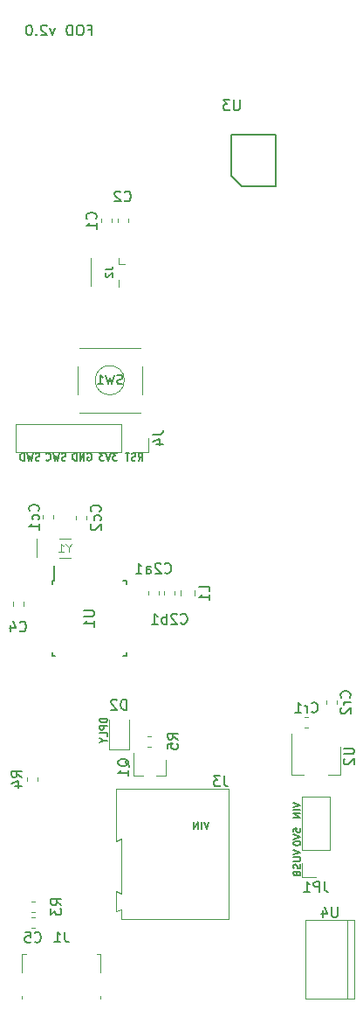
<source format=gbo>
G04 #@! TF.GenerationSoftware,KiCad,Pcbnew,6.0.0-unknown-920f128~86~ubuntu18.04.1*
G04 #@! TF.CreationDate,2019-07-19T14:58:54-04:00*
G04 #@! TF.ProjectId,FOD,464f442e-6b69-4636-9164-5f7063625858,rev?*
G04 #@! TF.SameCoordinates,Original*
G04 #@! TF.FileFunction,Legend,Bot*
G04 #@! TF.FilePolarity,Positive*
%FSLAX46Y46*%
G04 Gerber Fmt 4.6, Leading zero omitted, Abs format (unit mm)*
G04 Created by KiCad (PCBNEW 6.0.0-unknown-920f128~86~ubuntu18.04.1) date 2019-07-19 14:58:54*
%MOMM*%
%LPD*%
G04 APERTURE LIST*
%ADD10C,0.150000*%
%ADD11C,0.200000*%
%ADD12C,0.120000*%
G04 APERTURE END LIST*
D10*
X128991666Y-94158333D02*
X128291666Y-94158333D01*
X128291666Y-94325000D01*
X128325000Y-94425000D01*
X128391666Y-94491666D01*
X128458333Y-94525000D01*
X128591666Y-94558333D01*
X128691666Y-94558333D01*
X128825000Y-94525000D01*
X128891666Y-94491666D01*
X128958333Y-94425000D01*
X128991666Y-94325000D01*
X128991666Y-94158333D01*
X128991666Y-94858333D02*
X128291666Y-94858333D01*
X128291666Y-95125000D01*
X128325000Y-95191666D01*
X128358333Y-95225000D01*
X128425000Y-95258333D01*
X128525000Y-95258333D01*
X128591666Y-95225000D01*
X128625000Y-95191666D01*
X128658333Y-95125000D01*
X128658333Y-94858333D01*
X128991666Y-95891666D02*
X128991666Y-95558333D01*
X128291666Y-95558333D01*
X128658333Y-96258333D02*
X128991666Y-96258333D01*
X128291666Y-96025000D02*
X128658333Y-96258333D01*
X128291666Y-96491666D01*
D11*
X127183333Y-27478571D02*
X127516666Y-27478571D01*
X127516666Y-28002380D02*
X127516666Y-27002380D01*
X127040476Y-27002380D01*
X126469047Y-27002380D02*
X126278571Y-27002380D01*
X126183333Y-27050000D01*
X126088095Y-27145238D01*
X126040476Y-27335714D01*
X126040476Y-27669047D01*
X126088095Y-27859523D01*
X126183333Y-27954761D01*
X126278571Y-28002380D01*
X126469047Y-28002380D01*
X126564285Y-27954761D01*
X126659523Y-27859523D01*
X126707142Y-27669047D01*
X126707142Y-27335714D01*
X126659523Y-27145238D01*
X126564285Y-27050000D01*
X126469047Y-27002380D01*
X125611904Y-28002380D02*
X125611904Y-27002380D01*
X125373809Y-27002380D01*
X125230952Y-27050000D01*
X125135714Y-27145238D01*
X125088095Y-27240476D01*
X125040476Y-27430952D01*
X125040476Y-27573809D01*
X125088095Y-27764285D01*
X125135714Y-27859523D01*
X125230952Y-27954761D01*
X125373809Y-28002380D01*
X125611904Y-28002380D01*
X123945238Y-27335714D02*
X123707142Y-28002380D01*
X123469047Y-27335714D01*
X123135714Y-27097619D02*
X123088095Y-27050000D01*
X122992857Y-27002380D01*
X122754761Y-27002380D01*
X122659523Y-27050000D01*
X122611904Y-27097619D01*
X122564285Y-27192857D01*
X122564285Y-27288095D01*
X122611904Y-27430952D01*
X123183333Y-28002380D01*
X122564285Y-28002380D01*
X122135714Y-27907142D02*
X122088095Y-27954761D01*
X122135714Y-28002380D01*
X122183333Y-27954761D01*
X122135714Y-27907142D01*
X122135714Y-28002380D01*
X121469047Y-27002380D02*
X121373809Y-27002380D01*
X121278571Y-27050000D01*
X121230952Y-27097619D01*
X121183333Y-27192857D01*
X121135714Y-27383333D01*
X121135714Y-27621428D01*
X121183333Y-27811904D01*
X121230952Y-27907142D01*
X121278571Y-27954761D01*
X121373809Y-28002380D01*
X121469047Y-28002380D01*
X121564285Y-27954761D01*
X121611904Y-27907142D01*
X121659523Y-27811904D01*
X121707142Y-27621428D01*
X121707142Y-27383333D01*
X121659523Y-27192857D01*
X121611904Y-27097619D01*
X121564285Y-27050000D01*
X121469047Y-27002380D01*
D10*
X138866666Y-104166666D02*
X138633333Y-104866666D01*
X138400000Y-104166666D01*
X138166666Y-104866666D02*
X138166666Y-104166666D01*
X137833333Y-104866666D02*
X137833333Y-104166666D01*
X137433333Y-104866666D01*
X137433333Y-104166666D01*
X147066666Y-106866666D02*
X147766666Y-107100000D01*
X147066666Y-107333333D01*
X147066666Y-107566666D02*
X147633333Y-107566666D01*
X147700000Y-107600000D01*
X147733333Y-107633333D01*
X147766666Y-107700000D01*
X147766666Y-107833333D01*
X147733333Y-107900000D01*
X147700000Y-107933333D01*
X147633333Y-107966666D01*
X147066666Y-107966666D01*
X147733333Y-108266666D02*
X147766666Y-108366666D01*
X147766666Y-108533333D01*
X147733333Y-108600000D01*
X147700000Y-108633333D01*
X147633333Y-108666666D01*
X147566666Y-108666666D01*
X147500000Y-108633333D01*
X147466666Y-108600000D01*
X147433333Y-108533333D01*
X147400000Y-108400000D01*
X147366666Y-108333333D01*
X147333333Y-108300000D01*
X147266666Y-108266666D01*
X147200000Y-108266666D01*
X147133333Y-108300000D01*
X147100000Y-108333333D01*
X147066666Y-108400000D01*
X147066666Y-108566666D01*
X147100000Y-108666666D01*
X147400000Y-109200000D02*
X147433333Y-109300000D01*
X147466666Y-109333333D01*
X147533333Y-109366666D01*
X147633333Y-109366666D01*
X147700000Y-109333333D01*
X147733333Y-109300000D01*
X147766666Y-109233333D01*
X147766666Y-108966666D01*
X147066666Y-108966666D01*
X147066666Y-109200000D01*
X147100000Y-109266666D01*
X147133333Y-109300000D01*
X147200000Y-109333333D01*
X147266666Y-109333333D01*
X147333333Y-109300000D01*
X147366666Y-109266666D01*
X147400000Y-109200000D01*
X147400000Y-108966666D01*
X147066666Y-105143333D02*
X147066666Y-104810000D01*
X147400000Y-104776666D01*
X147366666Y-104810000D01*
X147333333Y-104876666D01*
X147333333Y-105043333D01*
X147366666Y-105110000D01*
X147400000Y-105143333D01*
X147466666Y-105176666D01*
X147633333Y-105176666D01*
X147700000Y-105143333D01*
X147733333Y-105110000D01*
X147766666Y-105043333D01*
X147766666Y-104876666D01*
X147733333Y-104810000D01*
X147700000Y-104776666D01*
X147066666Y-105376666D02*
X147766666Y-105610000D01*
X147066666Y-105843333D01*
X147066666Y-106210000D02*
X147066666Y-106276666D01*
X147100000Y-106343333D01*
X147133333Y-106376666D01*
X147200000Y-106410000D01*
X147333333Y-106443333D01*
X147500000Y-106443333D01*
X147633333Y-106410000D01*
X147700000Y-106376666D01*
X147733333Y-106343333D01*
X147766666Y-106276666D01*
X147766666Y-106210000D01*
X147733333Y-106143333D01*
X147700000Y-106110000D01*
X147633333Y-106076666D01*
X147500000Y-106043333D01*
X147333333Y-106043333D01*
X147200000Y-106076666D01*
X147133333Y-106110000D01*
X147100000Y-106143333D01*
X147066666Y-106210000D01*
X147066666Y-102303333D02*
X147766666Y-102536666D01*
X147066666Y-102770000D01*
X147766666Y-103003333D02*
X147066666Y-103003333D01*
X147766666Y-103336666D02*
X147066666Y-103336666D01*
X147766666Y-103736666D01*
X147066666Y-103736666D01*
X122440000Y-69133333D02*
X122340000Y-69166666D01*
X122173333Y-69166666D01*
X122106666Y-69133333D01*
X122073333Y-69100000D01*
X122040000Y-69033333D01*
X122040000Y-68966666D01*
X122073333Y-68900000D01*
X122106666Y-68866666D01*
X122173333Y-68833333D01*
X122306666Y-68800000D01*
X122373333Y-68766666D01*
X122406666Y-68733333D01*
X122440000Y-68666666D01*
X122440000Y-68600000D01*
X122406666Y-68533333D01*
X122373333Y-68500000D01*
X122306666Y-68466666D01*
X122140000Y-68466666D01*
X122040000Y-68500000D01*
X121806666Y-68466666D02*
X121640000Y-69166666D01*
X121506666Y-68666666D01*
X121373333Y-69166666D01*
X121206666Y-68466666D01*
X120940000Y-69166666D02*
X120940000Y-68466666D01*
X120773333Y-68466666D01*
X120673333Y-68500000D01*
X120606666Y-68566666D01*
X120573333Y-68633333D01*
X120540000Y-68766666D01*
X120540000Y-68866666D01*
X120573333Y-69000000D01*
X120606666Y-69066666D01*
X120673333Y-69133333D01*
X120773333Y-69166666D01*
X120940000Y-69166666D01*
X124980000Y-69133333D02*
X124880000Y-69166666D01*
X124713333Y-69166666D01*
X124646666Y-69133333D01*
X124613333Y-69100000D01*
X124580000Y-69033333D01*
X124580000Y-68966666D01*
X124613333Y-68900000D01*
X124646666Y-68866666D01*
X124713333Y-68833333D01*
X124846666Y-68800000D01*
X124913333Y-68766666D01*
X124946666Y-68733333D01*
X124980000Y-68666666D01*
X124980000Y-68600000D01*
X124946666Y-68533333D01*
X124913333Y-68500000D01*
X124846666Y-68466666D01*
X124680000Y-68466666D01*
X124580000Y-68500000D01*
X124346666Y-68466666D02*
X124180000Y-69166666D01*
X124046666Y-68666666D01*
X123913333Y-69166666D01*
X123746666Y-68466666D01*
X123080000Y-69100000D02*
X123113333Y-69133333D01*
X123213333Y-69166666D01*
X123280000Y-69166666D01*
X123380000Y-69133333D01*
X123446666Y-69066666D01*
X123480000Y-69000000D01*
X123513333Y-68866666D01*
X123513333Y-68766666D01*
X123480000Y-68633333D01*
X123446666Y-68566666D01*
X123380000Y-68500000D01*
X123280000Y-68466666D01*
X123213333Y-68466666D01*
X123113333Y-68500000D01*
X123080000Y-68533333D01*
X127103333Y-68500000D02*
X127170000Y-68466666D01*
X127270000Y-68466666D01*
X127370000Y-68500000D01*
X127436666Y-68566666D01*
X127470000Y-68633333D01*
X127503333Y-68766666D01*
X127503333Y-68866666D01*
X127470000Y-69000000D01*
X127436666Y-69066666D01*
X127370000Y-69133333D01*
X127270000Y-69166666D01*
X127203333Y-69166666D01*
X127103333Y-69133333D01*
X127070000Y-69100000D01*
X127070000Y-68866666D01*
X127203333Y-68866666D01*
X126770000Y-69166666D02*
X126770000Y-68466666D01*
X126370000Y-69166666D01*
X126370000Y-68466666D01*
X126036666Y-69166666D02*
X126036666Y-68466666D01*
X125870000Y-68466666D01*
X125770000Y-68500000D01*
X125703333Y-68566666D01*
X125670000Y-68633333D01*
X125636666Y-68766666D01*
X125636666Y-68866666D01*
X125670000Y-69000000D01*
X125703333Y-69066666D01*
X125770000Y-69133333D01*
X125870000Y-69166666D01*
X126036666Y-69166666D01*
X132033333Y-69166666D02*
X132266666Y-68833333D01*
X132433333Y-69166666D02*
X132433333Y-68466666D01*
X132166666Y-68466666D01*
X132100000Y-68500000D01*
X132066666Y-68533333D01*
X132033333Y-68600000D01*
X132033333Y-68700000D01*
X132066666Y-68766666D01*
X132100000Y-68800000D01*
X132166666Y-68833333D01*
X132433333Y-68833333D01*
X131766666Y-69133333D02*
X131666666Y-69166666D01*
X131500000Y-69166666D01*
X131433333Y-69133333D01*
X131400000Y-69100000D01*
X131366666Y-69033333D01*
X131366666Y-68966666D01*
X131400000Y-68900000D01*
X131433333Y-68866666D01*
X131500000Y-68833333D01*
X131633333Y-68800000D01*
X131700000Y-68766666D01*
X131733333Y-68733333D01*
X131766666Y-68666666D01*
X131766666Y-68600000D01*
X131733333Y-68533333D01*
X131700000Y-68500000D01*
X131633333Y-68466666D01*
X131466666Y-68466666D01*
X131366666Y-68500000D01*
X131166666Y-68466666D02*
X130766666Y-68466666D01*
X130966666Y-69166666D02*
X130966666Y-68466666D01*
X129976666Y-68466666D02*
X129543333Y-68466666D01*
X129776666Y-68733333D01*
X129676666Y-68733333D01*
X129610000Y-68766666D01*
X129576666Y-68800000D01*
X129543333Y-68866666D01*
X129543333Y-69033333D01*
X129576666Y-69100000D01*
X129610000Y-69133333D01*
X129676666Y-69166666D01*
X129876666Y-69166666D01*
X129943333Y-69133333D01*
X129976666Y-69100000D01*
X129343333Y-68466666D02*
X129110000Y-69166666D01*
X128876666Y-68466666D01*
X128710000Y-68466666D02*
X128276666Y-68466666D01*
X128510000Y-68733333D01*
X128410000Y-68733333D01*
X128343333Y-68766666D01*
X128310000Y-68800000D01*
X128276666Y-68866666D01*
X128276666Y-69033333D01*
X128310000Y-69100000D01*
X128343333Y-69133333D01*
X128410000Y-69166666D01*
X128610000Y-69166666D01*
X128676666Y-69133333D01*
X128710000Y-69100000D01*
D12*
X152270000Y-121310000D02*
X152270000Y-113690000D01*
X152970000Y-113690000D02*
X148270000Y-113690000D01*
X152970000Y-121310000D02*
X152970000Y-113690000D01*
X148270000Y-121310000D02*
X152970000Y-121310000D01*
X148270000Y-113690000D02*
X148270000Y-121310000D01*
X130085000Y-49540000D02*
X130085000Y-50180000D01*
X130085000Y-52340000D02*
X130085000Y-51700000D01*
X130085000Y-50180000D02*
X130715000Y-50180000D01*
X127365000Y-49590000D02*
X127365000Y-52290000D01*
X132370000Y-62740000D02*
X132370000Y-60060000D01*
X126130000Y-60060000D02*
X126130000Y-62740000D01*
X126280000Y-64520000D02*
X132220000Y-64520000D01*
X126280000Y-58280000D02*
X132220000Y-58280000D01*
X130664214Y-61400000D02*
G75*
G03X130664214Y-61400000I-1414214J0D01*
G01*
X134680000Y-99660000D02*
X134680000Y-98200000D01*
X131520000Y-99660000D02*
X131520000Y-97500000D01*
X131520000Y-99660000D02*
X132450000Y-99660000D01*
X134680000Y-99660000D02*
X133750000Y-99660000D01*
X146850000Y-99630000D02*
X148050000Y-99630000D01*
X146850000Y-95630000D02*
X146850000Y-99630000D01*
X151650000Y-99630000D02*
X151650000Y-96930000D01*
X150450000Y-99630000D02*
X151650000Y-99630000D01*
X122175000Y-78550000D02*
X122175000Y-76750000D01*
X124325000Y-76700000D02*
X125425000Y-76700000D01*
X124325000Y-78600000D02*
X125425000Y-78600000D01*
D10*
X142080000Y-42640000D02*
X141080000Y-41640000D01*
X141080000Y-37640000D02*
X141080000Y-41640000D01*
X142080000Y-42640000D02*
X145380000Y-42640000D01*
X145380000Y-42640000D02*
X145380000Y-37620480D01*
X145380000Y-37640000D02*
X141080000Y-37640000D01*
X123875000Y-80825000D02*
X123875000Y-79400000D01*
X123650000Y-88075000D02*
X123650000Y-87750000D01*
X130900000Y-88075000D02*
X130900000Y-87750000D01*
X130900000Y-80825000D02*
X130900000Y-81150000D01*
X123650000Y-80825000D02*
X123650000Y-81150000D01*
X130900000Y-80825000D02*
X130575000Y-80825000D01*
X130900000Y-88075000D02*
X130575000Y-88075000D01*
X123650000Y-88075000D02*
X123975000Y-88075000D01*
X123650000Y-80825000D02*
X123875000Y-80825000D01*
D12*
X132928733Y-95840000D02*
X133271267Y-95840000D01*
X132928733Y-96860000D02*
X133271267Y-96860000D01*
X122210000Y-99828733D02*
X122210000Y-100171267D01*
X121190000Y-99828733D02*
X121190000Y-100171267D01*
X121628733Y-111890000D02*
X121971267Y-111890000D01*
X121628733Y-112910000D02*
X121971267Y-112910000D01*
X137510000Y-81738748D02*
X137510000Y-82261252D01*
X136090000Y-81738748D02*
X136090000Y-82261252D01*
X147920000Y-109480000D02*
X149250000Y-109480000D01*
X147920000Y-108150000D02*
X147920000Y-109480000D01*
X147920000Y-106880000D02*
X150580000Y-106880000D01*
X150580000Y-106880000D02*
X150580000Y-101740000D01*
X147920000Y-106880000D02*
X147920000Y-101740000D01*
X147920000Y-101740000D02*
X150580000Y-101740000D01*
X132980000Y-68330000D02*
X132980000Y-67000000D01*
X131650000Y-68330000D02*
X132980000Y-68330000D01*
X130380000Y-68330000D02*
X130380000Y-65670000D01*
X130380000Y-65670000D02*
X120160000Y-65670000D01*
X130380000Y-68330000D02*
X120160000Y-68330000D01*
X120160000Y-68330000D02*
X120160000Y-65670000D01*
X129900000Y-100950000D02*
X140750000Y-100950000D01*
X129900000Y-106050000D02*
X129900000Y-100950000D01*
X130400000Y-105750000D02*
X129900000Y-106050000D01*
X130400000Y-111150000D02*
X130400000Y-105750000D01*
X129900000Y-110900000D02*
X130400000Y-111150000D01*
X129900000Y-110950000D02*
X129900000Y-110900000D01*
X129900000Y-112850000D02*
X129900000Y-110950000D01*
X130400000Y-112600000D02*
X129900000Y-112850000D01*
X130400000Y-113550000D02*
X130400000Y-112600000D01*
X140750000Y-113550000D02*
X130400000Y-113550000D01*
X140750000Y-100950000D02*
X140750000Y-113550000D01*
X128360000Y-121250000D02*
X128360000Y-120990000D01*
X128360000Y-118710000D02*
X128360000Y-116940000D01*
X128360000Y-116940000D02*
X127980000Y-116940000D01*
X120740000Y-116940000D02*
X120740000Y-118710000D01*
X120740000Y-120990000D02*
X120740000Y-121250000D01*
X120740000Y-116940000D02*
X121120000Y-116940000D01*
X129190000Y-97160000D02*
X129190000Y-94300000D01*
X131110000Y-97160000D02*
X129190000Y-97160000D01*
X131110000Y-94300000D02*
X131110000Y-97160000D01*
X150240000Y-92771267D02*
X150240000Y-92428733D01*
X151260000Y-92771267D02*
X151260000Y-92428733D01*
X148521267Y-95060000D02*
X148178733Y-95060000D01*
X148521267Y-94040000D02*
X148178733Y-94040000D01*
X125990000Y-74871267D02*
X125990000Y-74528733D01*
X127010000Y-74871267D02*
X127010000Y-74528733D01*
X122740000Y-74821267D02*
X122740000Y-74478733D01*
X123760000Y-74821267D02*
X123760000Y-74478733D01*
X135560000Y-81828733D02*
X135560000Y-82171267D01*
X134540000Y-81828733D02*
X134540000Y-82171267D01*
X134010000Y-81828733D02*
X134010000Y-82171267D01*
X132990000Y-81828733D02*
X132990000Y-82171267D01*
X121628733Y-113440000D02*
X121971267Y-113440000D01*
X121628733Y-114460000D02*
X121971267Y-114460000D01*
X120860000Y-82878733D02*
X120860000Y-83221267D01*
X119840000Y-82878733D02*
X119840000Y-83221267D01*
X131010000Y-45778733D02*
X131010000Y-46121267D01*
X129990000Y-45778733D02*
X129990000Y-46121267D01*
X129460000Y-45778733D02*
X129460000Y-46121267D01*
X128440000Y-45778733D02*
X128440000Y-46121267D01*
D10*
X151361904Y-112402380D02*
X151361904Y-113211904D01*
X151314285Y-113307142D01*
X151266666Y-113354761D01*
X151171428Y-113402380D01*
X150980952Y-113402380D01*
X150885714Y-113354761D01*
X150838095Y-113307142D01*
X150790476Y-113211904D01*
X150790476Y-112402380D01*
X149885714Y-112735714D02*
X149885714Y-113402380D01*
X150123809Y-112354761D02*
X150361904Y-113069047D01*
X149742857Y-113069047D01*
X128816666Y-50706666D02*
X129316666Y-50706666D01*
X129416666Y-50673333D01*
X129483333Y-50606666D01*
X129516666Y-50506666D01*
X129516666Y-50440000D01*
X128883333Y-51006666D02*
X128850000Y-51040000D01*
X128816666Y-51106666D01*
X128816666Y-51273333D01*
X128850000Y-51340000D01*
X128883333Y-51373333D01*
X128950000Y-51406666D01*
X129016666Y-51406666D01*
X129116666Y-51373333D01*
X129516666Y-50973333D01*
X129516666Y-51406666D01*
X130470000Y-61754285D02*
X130341428Y-61797142D01*
X130127142Y-61797142D01*
X130041428Y-61754285D01*
X129998571Y-61711428D01*
X129955714Y-61625714D01*
X129955714Y-61540000D01*
X129998571Y-61454285D01*
X130041428Y-61411428D01*
X130127142Y-61368571D01*
X130298571Y-61325714D01*
X130384285Y-61282857D01*
X130427142Y-61240000D01*
X130470000Y-61154285D01*
X130470000Y-61068571D01*
X130427142Y-60982857D01*
X130384285Y-60940000D01*
X130298571Y-60897142D01*
X130084285Y-60897142D01*
X129955714Y-60940000D01*
X129655714Y-60897142D02*
X129441428Y-61797142D01*
X129270000Y-61154285D01*
X129098571Y-61797142D01*
X128884285Y-60897142D01*
X128070000Y-61797142D02*
X128584285Y-61797142D01*
X128327142Y-61797142D02*
X128327142Y-60897142D01*
X128412857Y-61025714D01*
X128498571Y-61111428D01*
X128584285Y-61154285D01*
X131147619Y-98804761D02*
X131100000Y-98709523D01*
X131004761Y-98614285D01*
X130861904Y-98471428D01*
X130814285Y-98376190D01*
X130814285Y-98280952D01*
X131052380Y-98328571D02*
X131004761Y-98233333D01*
X130909523Y-98138095D01*
X130719047Y-98090476D01*
X130385714Y-98090476D01*
X130195238Y-98138095D01*
X130100000Y-98233333D01*
X130052380Y-98328571D01*
X130052380Y-98519047D01*
X130100000Y-98614285D01*
X130195238Y-98709523D01*
X130385714Y-98757142D01*
X130719047Y-98757142D01*
X130909523Y-98709523D01*
X131004761Y-98614285D01*
X131052380Y-98519047D01*
X131052380Y-98328571D01*
X131052380Y-99709523D02*
X131052380Y-99138095D01*
X131052380Y-99423809D02*
X130052380Y-99423809D01*
X130195238Y-99328571D01*
X130290476Y-99233333D01*
X130338095Y-99138095D01*
X151952380Y-97038095D02*
X152761904Y-97038095D01*
X152857142Y-97085714D01*
X152904761Y-97133333D01*
X152952380Y-97228571D01*
X152952380Y-97419047D01*
X152904761Y-97514285D01*
X152857142Y-97561904D01*
X152761904Y-97609523D01*
X151952380Y-97609523D01*
X152047619Y-98038095D02*
X152000000Y-98085714D01*
X151952380Y-98180952D01*
X151952380Y-98419047D01*
X152000000Y-98514285D01*
X152047619Y-98561904D01*
X152142857Y-98609523D01*
X152238095Y-98609523D01*
X152380952Y-98561904D01*
X152952380Y-97990476D01*
X152952380Y-98609523D01*
D12*
X125255952Y-77630952D02*
X125255952Y-78011904D01*
X125522619Y-77211904D02*
X125255952Y-77630952D01*
X124989285Y-77211904D01*
X124303571Y-78011904D02*
X124760714Y-78011904D01*
X124532142Y-78011904D02*
X124532142Y-77211904D01*
X124608333Y-77326190D01*
X124684523Y-77402380D01*
X124760714Y-77440476D01*
D10*
X141844444Y-34263620D02*
X141844444Y-35073144D01*
X141796825Y-35168382D01*
X141749206Y-35216001D01*
X141653968Y-35263620D01*
X141463492Y-35263620D01*
X141368254Y-35216001D01*
X141320635Y-35168382D01*
X141273016Y-35073144D01*
X141273016Y-34263620D01*
X140892063Y-34263620D02*
X140273016Y-34263620D01*
X140606349Y-34644573D01*
X140463492Y-34644573D01*
X140368254Y-34692192D01*
X140320635Y-34739811D01*
X140273016Y-34835049D01*
X140273016Y-35073144D01*
X140320635Y-35168382D01*
X140368254Y-35216001D01*
X140463492Y-35263620D01*
X140749206Y-35263620D01*
X140844444Y-35216001D01*
X140892063Y-35168382D01*
X126737380Y-83688095D02*
X127546904Y-83688095D01*
X127642142Y-83735714D01*
X127689761Y-83783333D01*
X127737380Y-83878571D01*
X127737380Y-84069047D01*
X127689761Y-84164285D01*
X127642142Y-84211904D01*
X127546904Y-84259523D01*
X126737380Y-84259523D01*
X127737380Y-85259523D02*
X127737380Y-84688095D01*
X127737380Y-84973809D02*
X126737380Y-84973809D01*
X126880238Y-84878571D01*
X126975476Y-84783333D01*
X127023095Y-84688095D01*
X135852380Y-96183333D02*
X135376190Y-95850000D01*
X135852380Y-95611904D02*
X134852380Y-95611904D01*
X134852380Y-95992857D01*
X134900000Y-96088095D01*
X134947619Y-96135714D01*
X135042857Y-96183333D01*
X135185714Y-96183333D01*
X135280952Y-96135714D01*
X135328571Y-96088095D01*
X135376190Y-95992857D01*
X135376190Y-95611904D01*
X134852380Y-97088095D02*
X134852380Y-96611904D01*
X135328571Y-96564285D01*
X135280952Y-96611904D01*
X135233333Y-96707142D01*
X135233333Y-96945238D01*
X135280952Y-97040476D01*
X135328571Y-97088095D01*
X135423809Y-97135714D01*
X135661904Y-97135714D01*
X135757142Y-97088095D01*
X135804761Y-97040476D01*
X135852380Y-96945238D01*
X135852380Y-96707142D01*
X135804761Y-96611904D01*
X135757142Y-96564285D01*
X120722380Y-99833333D02*
X120246190Y-99500000D01*
X120722380Y-99261904D02*
X119722380Y-99261904D01*
X119722380Y-99642857D01*
X119770000Y-99738095D01*
X119817619Y-99785714D01*
X119912857Y-99833333D01*
X120055714Y-99833333D01*
X120150952Y-99785714D01*
X120198571Y-99738095D01*
X120246190Y-99642857D01*
X120246190Y-99261904D01*
X120055714Y-100690476D02*
X120722380Y-100690476D01*
X119674761Y-100452380D02*
X120389047Y-100214285D01*
X120389047Y-100833333D01*
X124552380Y-112233333D02*
X124076190Y-111900000D01*
X124552380Y-111661904D02*
X123552380Y-111661904D01*
X123552380Y-112042857D01*
X123600000Y-112138095D01*
X123647619Y-112185714D01*
X123742857Y-112233333D01*
X123885714Y-112233333D01*
X123980952Y-112185714D01*
X124028571Y-112138095D01*
X124076190Y-112042857D01*
X124076190Y-111661904D01*
X123552380Y-112566666D02*
X123552380Y-113185714D01*
X123933333Y-112852380D01*
X123933333Y-112995238D01*
X123980952Y-113090476D01*
X124028571Y-113138095D01*
X124123809Y-113185714D01*
X124361904Y-113185714D01*
X124457142Y-113138095D01*
X124504761Y-113090476D01*
X124552380Y-112995238D01*
X124552380Y-112709523D01*
X124504761Y-112614285D01*
X124457142Y-112566666D01*
X138902380Y-81833333D02*
X138902380Y-81357142D01*
X137902380Y-81357142D01*
X138902380Y-82690476D02*
X138902380Y-82119047D01*
X138902380Y-82404761D02*
X137902380Y-82404761D01*
X138045238Y-82309523D01*
X138140476Y-82214285D01*
X138188095Y-82119047D01*
X150083333Y-109932380D02*
X150083333Y-110646666D01*
X150130952Y-110789523D01*
X150226190Y-110884761D01*
X150369047Y-110932380D01*
X150464285Y-110932380D01*
X149607142Y-110932380D02*
X149607142Y-109932380D01*
X149226190Y-109932380D01*
X149130952Y-109980000D01*
X149083333Y-110027619D01*
X149035714Y-110122857D01*
X149035714Y-110265714D01*
X149083333Y-110360952D01*
X149130952Y-110408571D01*
X149226190Y-110456190D01*
X149607142Y-110456190D01*
X148083333Y-110932380D02*
X148654761Y-110932380D01*
X148369047Y-110932380D02*
X148369047Y-109932380D01*
X148464285Y-110075238D01*
X148559523Y-110170476D01*
X148654761Y-110218095D01*
X133432380Y-66666666D02*
X134146666Y-66666666D01*
X134289523Y-66619047D01*
X134384761Y-66523809D01*
X134432380Y-66380952D01*
X134432380Y-66285714D01*
X133765714Y-67571428D02*
X134432380Y-67571428D01*
X133384761Y-67333333D02*
X134099047Y-67095238D01*
X134099047Y-67714285D01*
X140353333Y-99712380D02*
X140353333Y-100426666D01*
X140400952Y-100569523D01*
X140496190Y-100664761D01*
X140639047Y-100712380D01*
X140734285Y-100712380D01*
X139972380Y-99712380D02*
X139353333Y-99712380D01*
X139686666Y-100093333D01*
X139543809Y-100093333D01*
X139448571Y-100140952D01*
X139400952Y-100188571D01*
X139353333Y-100283809D01*
X139353333Y-100521904D01*
X139400952Y-100617142D01*
X139448571Y-100664761D01*
X139543809Y-100712380D01*
X139829523Y-100712380D01*
X139924761Y-100664761D01*
X139972380Y-100617142D01*
X124883333Y-114802380D02*
X124883333Y-115516666D01*
X124930952Y-115659523D01*
X125026190Y-115754761D01*
X125169047Y-115802380D01*
X125264285Y-115802380D01*
X123883333Y-115802380D02*
X124454761Y-115802380D01*
X124169047Y-115802380D02*
X124169047Y-114802380D01*
X124264285Y-114945238D01*
X124359523Y-115040476D01*
X124454761Y-115088095D01*
X130888095Y-93302380D02*
X130888095Y-92302380D01*
X130650000Y-92302380D01*
X130507142Y-92350000D01*
X130411904Y-92445238D01*
X130364285Y-92540476D01*
X130316666Y-92730952D01*
X130316666Y-92873809D01*
X130364285Y-93064285D01*
X130411904Y-93159523D01*
X130507142Y-93254761D01*
X130650000Y-93302380D01*
X130888095Y-93302380D01*
X129935714Y-92397619D02*
X129888095Y-92350000D01*
X129792857Y-92302380D01*
X129554761Y-92302380D01*
X129459523Y-92350000D01*
X129411904Y-92397619D01*
X129364285Y-92492857D01*
X129364285Y-92588095D01*
X129411904Y-92730952D01*
X129983333Y-93302380D01*
X129364285Y-93302380D01*
X152537142Y-92123809D02*
X152584761Y-92076190D01*
X152632380Y-91933333D01*
X152632380Y-91838095D01*
X152584761Y-91695238D01*
X152489523Y-91600000D01*
X152394285Y-91552380D01*
X152203809Y-91504761D01*
X152060952Y-91504761D01*
X151870476Y-91552380D01*
X151775238Y-91600000D01*
X151680000Y-91695238D01*
X151632380Y-91838095D01*
X151632380Y-91933333D01*
X151680000Y-92076190D01*
X151727619Y-92123809D01*
X152632380Y-92552380D02*
X151965714Y-92552380D01*
X152156190Y-92552380D02*
X152060952Y-92600000D01*
X152013333Y-92647619D01*
X151965714Y-92742857D01*
X151965714Y-92838095D01*
X151727619Y-93123809D02*
X151680000Y-93171428D01*
X151632380Y-93266666D01*
X151632380Y-93504761D01*
X151680000Y-93600000D01*
X151727619Y-93647619D01*
X151822857Y-93695238D01*
X151918095Y-93695238D01*
X152060952Y-93647619D01*
X152632380Y-93076190D01*
X152632380Y-93695238D01*
X148826190Y-93477142D02*
X148873809Y-93524761D01*
X149016666Y-93572380D01*
X149111904Y-93572380D01*
X149254761Y-93524761D01*
X149350000Y-93429523D01*
X149397619Y-93334285D01*
X149445238Y-93143809D01*
X149445238Y-93000952D01*
X149397619Y-92810476D01*
X149350000Y-92715238D01*
X149254761Y-92620000D01*
X149111904Y-92572380D01*
X149016666Y-92572380D01*
X148873809Y-92620000D01*
X148826190Y-92667619D01*
X148397619Y-93572380D02*
X148397619Y-92905714D01*
X148397619Y-93096190D02*
X148350000Y-93000952D01*
X148302380Y-92953333D01*
X148207142Y-92905714D01*
X148111904Y-92905714D01*
X147254761Y-93572380D02*
X147826190Y-93572380D01*
X147540476Y-93572380D02*
X147540476Y-92572380D01*
X147635714Y-92715238D01*
X147730952Y-92810476D01*
X147826190Y-92858095D01*
X128287142Y-74104761D02*
X128334761Y-74057142D01*
X128382380Y-73914285D01*
X128382380Y-73819047D01*
X128334761Y-73676190D01*
X128239523Y-73580952D01*
X128144285Y-73533333D01*
X127953809Y-73485714D01*
X127810952Y-73485714D01*
X127620476Y-73533333D01*
X127525238Y-73580952D01*
X127430000Y-73676190D01*
X127382380Y-73819047D01*
X127382380Y-73914285D01*
X127430000Y-74057142D01*
X127477619Y-74104761D01*
X128334761Y-74961904D02*
X128382380Y-74866666D01*
X128382380Y-74676190D01*
X128334761Y-74580952D01*
X128287142Y-74533333D01*
X128191904Y-74485714D01*
X127906190Y-74485714D01*
X127810952Y-74533333D01*
X127763333Y-74580952D01*
X127715714Y-74676190D01*
X127715714Y-74866666D01*
X127763333Y-74961904D01*
X127477619Y-75342857D02*
X127430000Y-75390476D01*
X127382380Y-75485714D01*
X127382380Y-75723809D01*
X127430000Y-75819047D01*
X127477619Y-75866666D01*
X127572857Y-75914285D01*
X127668095Y-75914285D01*
X127810952Y-75866666D01*
X128382380Y-75295238D01*
X128382380Y-75914285D01*
X122307142Y-74054761D02*
X122354761Y-74007142D01*
X122402380Y-73864285D01*
X122402380Y-73769047D01*
X122354761Y-73626190D01*
X122259523Y-73530952D01*
X122164285Y-73483333D01*
X121973809Y-73435714D01*
X121830952Y-73435714D01*
X121640476Y-73483333D01*
X121545238Y-73530952D01*
X121450000Y-73626190D01*
X121402380Y-73769047D01*
X121402380Y-73864285D01*
X121450000Y-74007142D01*
X121497619Y-74054761D01*
X122354761Y-74911904D02*
X122402380Y-74816666D01*
X122402380Y-74626190D01*
X122354761Y-74530952D01*
X122307142Y-74483333D01*
X122211904Y-74435714D01*
X121926190Y-74435714D01*
X121830952Y-74483333D01*
X121783333Y-74530952D01*
X121735714Y-74626190D01*
X121735714Y-74816666D01*
X121783333Y-74911904D01*
X122402380Y-75864285D02*
X122402380Y-75292857D01*
X122402380Y-75578571D02*
X121402380Y-75578571D01*
X121545238Y-75483333D01*
X121640476Y-75388095D01*
X121688095Y-75292857D01*
X136145238Y-84907142D02*
X136192857Y-84954761D01*
X136335714Y-85002380D01*
X136430952Y-85002380D01*
X136573809Y-84954761D01*
X136669047Y-84859523D01*
X136716666Y-84764285D01*
X136764285Y-84573809D01*
X136764285Y-84430952D01*
X136716666Y-84240476D01*
X136669047Y-84145238D01*
X136573809Y-84050000D01*
X136430952Y-84002380D01*
X136335714Y-84002380D01*
X136192857Y-84050000D01*
X136145238Y-84097619D01*
X135764285Y-84097619D02*
X135716666Y-84050000D01*
X135621428Y-84002380D01*
X135383333Y-84002380D01*
X135288095Y-84050000D01*
X135240476Y-84097619D01*
X135192857Y-84192857D01*
X135192857Y-84288095D01*
X135240476Y-84430952D01*
X135811904Y-85002380D01*
X135192857Y-85002380D01*
X134764285Y-85002380D02*
X134764285Y-84002380D01*
X134764285Y-84383333D02*
X134669047Y-84335714D01*
X134478571Y-84335714D01*
X134383333Y-84383333D01*
X134335714Y-84430952D01*
X134288095Y-84526190D01*
X134288095Y-84811904D01*
X134335714Y-84907142D01*
X134383333Y-84954761D01*
X134478571Y-85002380D01*
X134669047Y-85002380D01*
X134764285Y-84954761D01*
X133335714Y-85002380D02*
X133907142Y-85002380D01*
X133621428Y-85002380D02*
X133621428Y-84002380D01*
X133716666Y-84145238D01*
X133811904Y-84240476D01*
X133907142Y-84288095D01*
X134595238Y-80007142D02*
X134642857Y-80054761D01*
X134785714Y-80102380D01*
X134880952Y-80102380D01*
X135023809Y-80054761D01*
X135119047Y-79959523D01*
X135166666Y-79864285D01*
X135214285Y-79673809D01*
X135214285Y-79530952D01*
X135166666Y-79340476D01*
X135119047Y-79245238D01*
X135023809Y-79150000D01*
X134880952Y-79102380D01*
X134785714Y-79102380D01*
X134642857Y-79150000D01*
X134595238Y-79197619D01*
X134214285Y-79197619D02*
X134166666Y-79150000D01*
X134071428Y-79102380D01*
X133833333Y-79102380D01*
X133738095Y-79150000D01*
X133690476Y-79197619D01*
X133642857Y-79292857D01*
X133642857Y-79388095D01*
X133690476Y-79530952D01*
X134261904Y-80102380D01*
X133642857Y-80102380D01*
X132785714Y-80102380D02*
X132785714Y-79578571D01*
X132833333Y-79483333D01*
X132928571Y-79435714D01*
X133119047Y-79435714D01*
X133214285Y-79483333D01*
X132785714Y-80054761D02*
X132880952Y-80102380D01*
X133119047Y-80102380D01*
X133214285Y-80054761D01*
X133261904Y-79959523D01*
X133261904Y-79864285D01*
X133214285Y-79769047D01*
X133119047Y-79721428D01*
X132880952Y-79721428D01*
X132785714Y-79673809D01*
X131785714Y-80102380D02*
X132357142Y-80102380D01*
X132071428Y-80102380D02*
X132071428Y-79102380D01*
X132166666Y-79245238D01*
X132261904Y-79340476D01*
X132357142Y-79388095D01*
X121966666Y-115737142D02*
X122014285Y-115784761D01*
X122157142Y-115832380D01*
X122252380Y-115832380D01*
X122395238Y-115784761D01*
X122490476Y-115689523D01*
X122538095Y-115594285D01*
X122585714Y-115403809D01*
X122585714Y-115260952D01*
X122538095Y-115070476D01*
X122490476Y-114975238D01*
X122395238Y-114880000D01*
X122252380Y-114832380D01*
X122157142Y-114832380D01*
X122014285Y-114880000D01*
X121966666Y-114927619D01*
X121061904Y-114832380D02*
X121538095Y-114832380D01*
X121585714Y-115308571D01*
X121538095Y-115260952D01*
X121442857Y-115213333D01*
X121204761Y-115213333D01*
X121109523Y-115260952D01*
X121061904Y-115308571D01*
X121014285Y-115403809D01*
X121014285Y-115641904D01*
X121061904Y-115737142D01*
X121109523Y-115784761D01*
X121204761Y-115832380D01*
X121442857Y-115832380D01*
X121538095Y-115784761D01*
X121585714Y-115737142D01*
X120516666Y-85657142D02*
X120564285Y-85704761D01*
X120707142Y-85752380D01*
X120802380Y-85752380D01*
X120945238Y-85704761D01*
X121040476Y-85609523D01*
X121088095Y-85514285D01*
X121135714Y-85323809D01*
X121135714Y-85180952D01*
X121088095Y-84990476D01*
X121040476Y-84895238D01*
X120945238Y-84800000D01*
X120802380Y-84752380D01*
X120707142Y-84752380D01*
X120564285Y-84800000D01*
X120516666Y-84847619D01*
X119659523Y-85085714D02*
X119659523Y-85752380D01*
X119897619Y-84704761D02*
X120135714Y-85419047D01*
X119516666Y-85419047D01*
X130666666Y-44007142D02*
X130714285Y-44054761D01*
X130857142Y-44102380D01*
X130952380Y-44102380D01*
X131095238Y-44054761D01*
X131190476Y-43959523D01*
X131238095Y-43864285D01*
X131285714Y-43673809D01*
X131285714Y-43530952D01*
X131238095Y-43340476D01*
X131190476Y-43245238D01*
X131095238Y-43150000D01*
X130952380Y-43102380D01*
X130857142Y-43102380D01*
X130714285Y-43150000D01*
X130666666Y-43197619D01*
X130285714Y-43197619D02*
X130238095Y-43150000D01*
X130142857Y-43102380D01*
X129904761Y-43102380D01*
X129809523Y-43150000D01*
X129761904Y-43197619D01*
X129714285Y-43292857D01*
X129714285Y-43388095D01*
X129761904Y-43530952D01*
X130333333Y-44102380D01*
X129714285Y-44102380D01*
X127877142Y-45783333D02*
X127924761Y-45735714D01*
X127972380Y-45592857D01*
X127972380Y-45497619D01*
X127924761Y-45354761D01*
X127829523Y-45259523D01*
X127734285Y-45211904D01*
X127543809Y-45164285D01*
X127400952Y-45164285D01*
X127210476Y-45211904D01*
X127115238Y-45259523D01*
X127020000Y-45354761D01*
X126972380Y-45497619D01*
X126972380Y-45592857D01*
X127020000Y-45735714D01*
X127067619Y-45783333D01*
X127972380Y-46735714D02*
X127972380Y-46164285D01*
X127972380Y-46450000D02*
X126972380Y-46450000D01*
X127115238Y-46354761D01*
X127210476Y-46259523D01*
X127258095Y-46164285D01*
M02*

</source>
